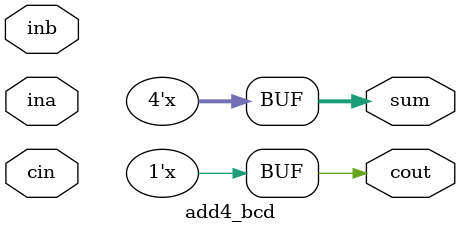
<source format=v>
module add4_bcd(cout,sum,ina,inb,cin);
	input cin;
	input[3:0] ina,inb;
	output[3:0] sum;
	
	reg[3:0] sum;
	output cout;
	reg cout;
	reg[4:0] temp;
	always @(ina, inb, cin)
		begin
			temp<=ina+inb+cin;
			if(temp>9)
				{cout,sum}<=temp+6;
			else
				{cout,sum}<=temp;
		end
endmodule


</source>
